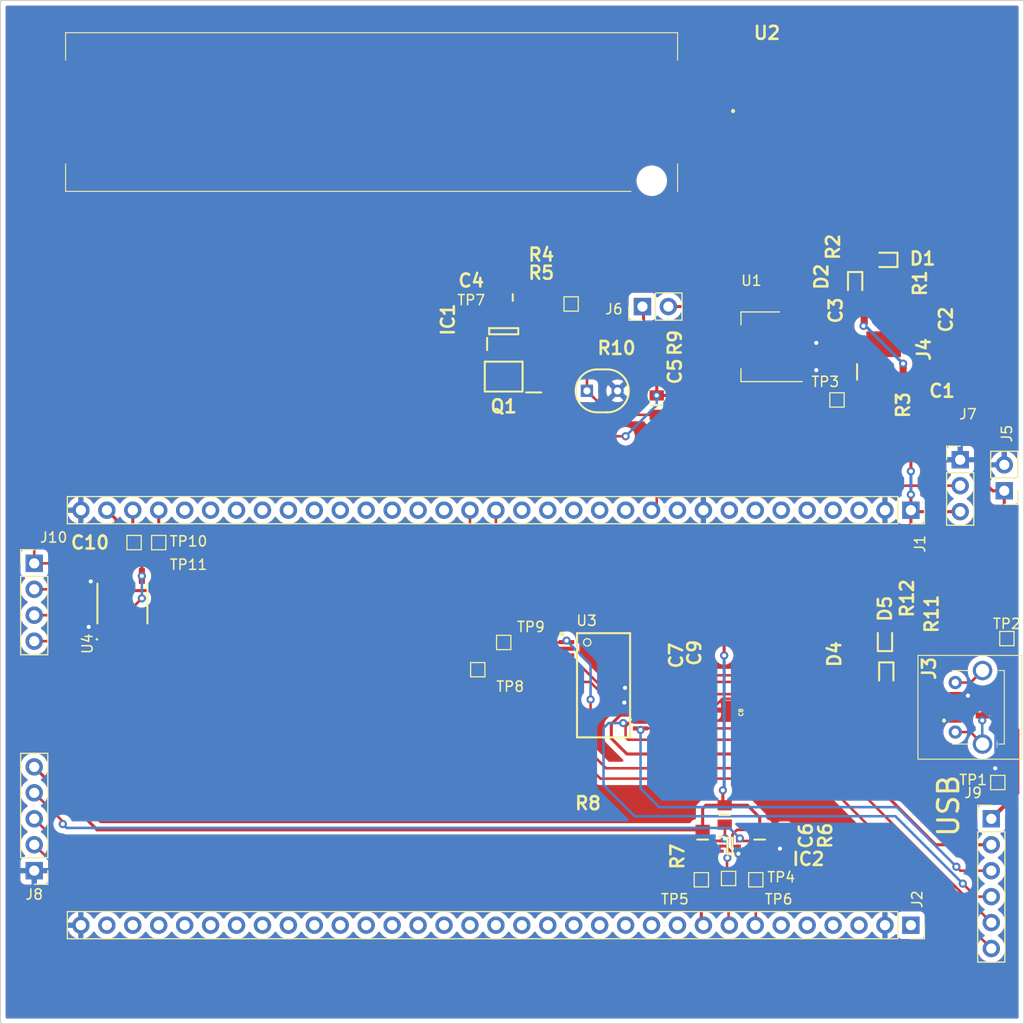
<source format=kicad_pcb>
(kicad_pcb (version 20211014) (generator pcbnew)
  (layers (0 "F.Cu" signal) (31 "B.Cu" signal) (34 "B.Paste" user) (35 "F.Paste" user) (36 "B.SilkS" user "B.Silkscreen") (37 "F.SilkS" user "F.Silkscreen") (38 "B.Mask" user) (39 "F.Mask" user) (44 "Edge.Cuts" user))
  (net 0 "")
  (net 1 "GND")
  (net 2 "/VBAT")
  (net 3 "/PC13")
  (net 4 "/PC14")
  (net 5 "/PC15")
  (net 6 "/PF0")
  (net 7 "/PF1")
  (net 8 "/NRST")
  (net 9 "TXD")
  (net 10 "/PC1")
  (net 11 "/PC2")
  (net 12 "/PC3")
  (net 13 "/PA0")
  (net 14 "/PA1")
  (net 15 "RXD")
  (net 16 "/PF4")
  (net 17 "/PF5")
  (net 18 "/PA4")
  (net 19 "/PA5")
  (net 20 "/PA6")
  (net 21 "/PA7")
  (net 22 "/PC4")
  (net 23 "/PC5")
  (net 24 "/PB0")
  (net 25 "/PB1")
  (net 26 "/PB2")
  (net 27 "+5V")
  (net 28 "/PB9")
  (net 29 "/PB8")
  (net 30 "VDD")
  (net 31 "/BOOT")
  (net 32 "/PB4")
  (net 33 "/PB3")
  (net 34 "/PD2")
  (net 35 "/PC12")
  (net 36 "/PC11")
  (net 37 "/PC10")
  (net 38 "/PA15")
  (net 39 "/PA14")
  (net 40 "/PF7")
  (net 41 "/PF6")
  (net 42 "/PA13")
  (net 43 "/PA12")
  (net 44 "/PA11")
  (net 45 "/PA10")
  (net 46 "/PA9")
  (net 47 "/PA8")
  (net 48 "/PC9")
  (net 49 "/PC8")
  (net 50 "/PC7")
  (net 51 "/PC6")
  (net 52 "/PB15")
  (net 53 "/PB14")
  (net 54 "/PB13")
  (net 55 "Net-(C2-Pad2)")
  (net 56 "Net-(C4-Pad2)")
  (net 57 "VCC")
  (net 58 "Net-(D1-Pad1)")
  (net 59 "Net-(D2-Pad1)")
  (net 60 "V_out")
  (net 61 "Net-(D4-Pad1)")
  (net 62 "Net-(D4-Pad2)")
  (net 63 "Net-(D5-Pad1)")
  (net 64 "Net-(D5-Pad2)")
  (net 65 "/Power/OD")
  (net 66 "Net-(IC1-Pad2)")
  (net 67 "/Power/OC")
  (net 69 "Net-(IC1-Pad5)")
  (net 70 "SCL1")
  (net 71 "Alert")
  (net 72 "SDA1")
  (net 73 "USB-")
  (net 74 "USB+")
  (net 76 "Net-(J3-PadMH1)")
  (net 77 "Net-(J4-Pad2)")
  (net 78 "Net-(J4-Pad6)")
  (net 79 "Net-(J4-Pad7)")
  (net 81 "/Power/VI")
  (net 82 "ADC1")
  (net 83 "SDA2")
  (net 84 "SCL2")
  (net 85 "Write1")
  (net 100 "3V3")
  (footprint "1K_R:RESC1005X40N" (layer "F.Cu") (at 135.763 83.82 -90)
    (fp_text reference "R4")
    (fp_text value "1K" hide)
  )
  (footprint "LED_:LEDC1005X55N" (layer "F.Cu") (at 170.434 118.364 -90)
    (fp_text reference "D4")
    (fp_text value "GREEN" hide)
  )
  (footprint "TP4056:SOIC127P600X175-9N" (layer "F.Cu") (at 170.18 85.979 90)
    (fp_text reference "J4")
    (fp_text value "TP4056" hide)
  )
  (footprint "TestPoint:TestPoint_Pad_1.0x1.0mm" (layer "F.Cu") (at 132.969 115.189)
    (fp_text reference "TP9")
    (fp_text value "TXD")
  )
  (footprint "CAP_10NF:CAPC1005X55N" (layer "F.Cu") (at 91.948 108.839 -90)
    (fp_text reference "C10")
    (fp_text value "10nF" hide)
  )
  (footprint "Connector_PinHeader_2.54mm:PinHeader_1x02_P2.54mm_Vertical" (layer "F.Cu") (at 181.991 100.335 180)
    (fp_text reference "J5")
    (fp_text value "Conn_01x02_Male")
  )
  (footprint "LED_:LEDC1005X55N" (layer "F.Cu") (at 170.307 114.808 90)
    (fp_text reference "D5")
    (fp_text value "RED" hide)
  )
  (footprint "TestPoint:TestPoint_Pad_1.0x1.0mm" (layer "F.Cu") (at 96.774 105.41)
    (fp_text reference "TP11")
    (fp_text value "SDA2")
  )
  (footprint "R5K:RESC2012X60N" (layer "F.Cu") (at 158.039 134.493 -90)
    (fp_text reference "R6")
    (fp_text value "5K" hide)
  )
  (footprint "10uFcapa:CAPC1608X100N" (layer "F.Cu") (at 174.371 92.583 180)
    (fp_text reference "C1")
    (fp_text value "10uF" hide)
  )
  (footprint "TestPoint:TestPoint_Pad_1.0x1.0mm" (layer "F.Cu") (at 152.324 138.43)
    (fp_text reference "TP5")
    (fp_text value "Alert")
  )
  (footprint "1K_R:RESC1005X40N" (layer "F.Cu") (at 169.799 92.329 180)
    (fp_text reference "R3")
    (fp_text value "1K" hide)
  )
  (footprint "1K_R:RESC1005X40N" (layer "F.Cu") (at 171.069 80.01 -90)
    (fp_text reference "R1")
    (fp_text value "1K" hide)
  )
  (footprint "1K_R:RESC1005X40N" (layer "F.Cu") (at 169.418 80.01 -90)
    (fp_text reference "R2")
    (fp_text value "1K" hide)
  )
  (footprint "LED_:LEDC1005X55N" (layer "F.Cu") (at 167.386 80.137 -90)
    (fp_text reference "D2")
    (fp_text value "RED" hide)
  )
  (footprint "LED_:LEDC1005X55N" (layer "F.Cu") (at 170.307 77.724 180)
    (fp_text reference "D1")
    (fp_text value "GREEN" hide)
  )
  (footprint "100_R:RESC1608X55N" (layer "F.Cu") (at 133.858 81.407)
    (fp_text reference "R5")
    (fp_text value "100" hide)
  )
  (footprint "1K_R:RESC1005X40N" (layer "F.Cu") (at 172.339 114.681 90)
    (fp_text reference "R12")
    (fp_text value "1K" hide)
  )
  (footprint "Connector_PinSocket_2.54mm:PinSocket_1x33_P2.54mm_Vertical" (layer "F.Cu") (at 172.847 102.235 -90)
    (fp_text reference "J1")
    (fp_text value "Conn_01x33_Female")
  )
  (footprint "100NF_C:CAPC1005X55N" (layer "F.Cu") (at 148.717 121.539 90)
    (fp_text reference "C7")
    (fp_text value "100nF" hide)
  )
  (footprint "TEMP_SENSOR:SOTFL50P160X60-6N" (layer "F.Cu") (at 155.118 135.128)
    (fp_text reference "IC2")
    (fp_text value "TMP102AIDRLR" hide)
  )
  (footprint "TestPoint:TestPoint_Pad_1.0x1.0mm" (layer "F.Cu") (at 99.187 105.41)
    (fp_text reference "TP10")
    (fp_text value "SCL2")
  )
  (footprint "Connector_PinHeader_2.54mm:PinHeader_1x04_P2.54mm_Vertical" (layer "F.Cu") (at 86.995 107.442)
    (fp_text reference "J10")
    (fp_text value "Conn_01x04_Male")
  )
  (footprint "TestPoint:TestPoint_Pad_1.0x1.0mm" (layer "F.Cu") (at 154.991 138.303)
    (fp_text reference "TP6")
    (fp_text value "SCL1")
  )
  (footprint "Package_TO_SOT_SMD:SOT-223-3_TabPin2" (layer "F.Cu") (at 158.115 86.233 180)
    (fp_text reference "U1")
    (fp_text value "AMS1117-3.3")
  )
  (footprint "10uFcapa:CAPC1608X100N" (layer "F.Cu") (at 152.654 88.392 -90)
    (fp_text reference "C5")
    (fp_text value "10uF" hide)
  )
  (footprint "1K_R:RESC1005X40N" (layer "F.Cu") (at 172.466 118.364 -90)
    (fp_text reference "R11")
    (fp_text value "1K" hide)
  )
  (footprint "R5K:RESC2012X60N" (layer "F.Cu") (at 147.955 91.948 -90)
    (fp_text reference "R9")
    (fp_text value "5K" hide)
  )
  (footprint "Connector_PinHeader_2.54mm:PinHeader_1x03_P2.54mm_Vertical" (layer "F.Cu") (at 177.673 97.297)
    (fp_text reference "J7")
    (fp_text value "Conn_01x03_Male")
  )
  (footprint "TestPoint:TestPoint_Pad_1.0x1.0mm" (layer "F.Cu") (at 139.573 82.042)
    (fp_text reference "TP7")
    (fp_text value "ADC")
  )
  (footprint "DW:SOT95P280X135-6N" (layer "F.Cu") (at 132.969 84.709 90)
    (fp_text reference "IC1")
    (fp_text value "DW01A-G" hide)
  )
  (footprint "CAP_10NF:CAPC1005X55N" (layer "F.Cu") (at 160.452 133.985 90)
    (fp_text reference "C6")
    (fp_text value "10nF" hide)
  )
  (footprint "BT:1024" (layer "F.Cu") (at 120.396 63.246 180)
    (fp_text reference "U2")
    (fp_text value "1024" hide)
  )
  (footprint "MICRO:MICROXNJ" (layer "F.Cu") (at 181.991 121.539 -90)
    (fp_text reference "J3")
    (fp_text value "MICROXNJ" hide)
  )
  (footprint "Connector_PinHeader_2.54mm:PinHeader_1x05_P2.54mm_Vertical" (layer "F.Cu") (at 86.995 137.536 180)
    (fp_text reference "J8")
    (fp_text value "Conn_01x05_Male")
  )
  (footprint "TestPoint:TestPoint_Pad_1.0x1.0mm" (layer "F.Cu") (at 181.356 128.905)
    (fp_text reference "TP1")
    (fp_text value "GND")
  )
  (footprint "10uFcapa:CAPC1608X100N" (layer "F.Cu") (at 133.731 79.629 180)
    (fp_text reference "C4")
    (fp_text value "10uF" hide)
  )
  (footprint "TestPoint:TestPoint_Pad_1.0x1.0mm" (layer "F.Cu") (at 157.658 138.43)
    (fp_text reference "TP4")
    (fp_text value "SDA1")
  )
  (footprint "M24:SOIC127P600X175-8N" (layer "F.Cu") (at 95.631 111.379 90)
    (fp_text reference "U4")
    (fp_text value "M24C16-RMN6TP")
  )
  (footprint "10uFcapa:CAPC1608X100N" (layer "F.Cu") (at 163.576 83.947 -90)
    (fp_text reference "C3")
    (fp_text value "10uF" hide)
  )
  (footprint "Connector_PinHeader_2.54mm:PinHeader_1x06_P2.54mm_Vertical" (layer "F.Cu") (at 180.721 132.461)
    (fp_text reference "J9")
    (fp_text value "Conn_01x06_Male")
  )
  (footprint "Connector_PinSocket_2.54mm:PinSocket_1x33_P2.54mm_Vertical" (layer "F.Cu") (at 172.847 142.875 -90)
    (fp_text reference "J2")
    (fp_text value "Conn_01x33_Female")
  )
  (footprint "TestPoint:TestPoint_Pad_1.0x1.0mm" (layer "F.Cu") (at 182.245 114.808)
    (fp_text reference "TP2")
    (fp_text value "5V")
  )
  (footprint "TestPoint:TestPoint_Pad_1.0x1.0mm" (layer "F.Cu") (at 130.429 117.856)
    (fp_text reference "TP8")
    (fp_text value "RXD")
  )
  (footprint "R5K:RESC2012X60N" (layer "F.Cu") (at 154.61 132.08 -90)
    (fp_text reference "R8")
    (fp_text value "5K" hide)
  )
  (footprint "LDR:C125629" (layer "F.Cu") (at 141.121 90.551)
    (fp_text reference "R10")
    (fp_text value "GL5516" hide)
  )
  (footprint "FS82:SOP65P640X120-8N" (layer "F.Cu") (at 132.969 89.154 180)
    (fp_text reference "Q1")
    (fp_text value "FS8205A" hide)
  )
  (footprint "Connector_PinHeader_2.54mm:PinHeader_1x02_P2.54mm_Vertical" (layer "F.Cu") (at 146.558 82.296 90)
    (fp_text reference "J6")
    (fp_text value "Conn_01x02_Male")
  )
  (footprint "22UF_C:ANTC1608X90N" (layer "F.Cu") (at 153.289 121.031 -90)
    (fp_text reference "C8")
    (fp_text value "22uF")
  )
  (footprint "100NF_C:CAPC1005X55N" (layer "F.Cu") (at 151.257 120.777 -90)
    (fp_text reference "C9")
    (fp_text value "100nF" hide)
  )
  (footprint "TestPoint:TestPoint_Pad_1.0x1.0mm" (layer "F.Cu") (at 165.608 91.44)
    (fp_text reference "TP3")
    (fp_text value "3V3")
  )
  (footprint "R5K:RESC2012X60N" (layer "F.Cu") (at 152.451 134.493 -90)
    (fp_text reference "R7")
    (fp_text value "5K" hide)
  )
  (footprint "FT23:SOP65P780X200-28N" (layer "F.Cu") (at 142.748 119.38)
    (fp_text reference "U3")
    (fp_text value "FT232RL-REEL")
  )
  (footprint "10uFcapa:CAPC1608X100N" (layer "F.Cu") (at 173.99 83.524 90)
    (fp_text reference "C2")
    (fp_text value "10uF" hide)
  )
  (gr_rect (start 173.536 116.459) (end 183.696 126.619) (layer "F.SilkS") (width 0.1) (fill none))
  (gr_rect (start 83.693 52.324) (end 183.896 152.527) (layer "Edge.Cuts") (width 0.1) (fill none))
  (gr_text "USB" (at 176.53 131.191 90) (layer "F.SilkS") (effects (font (size 2 2) (thickness 0.3))))
  (segment (start 178.278 120.239) (end 177.216 120.239) (width 0.25) (layer "F.Cu") (net 1))
  (segment (start 181.356 127.762) (end 181.102 127.508) (width 0.25) (layer "F.Cu") (net 1))
  (segment (start 163.562 88.533) (end 163.576 88.519) (width 0.3) (layer "F.Cu") (net 1))
  (segment (start 153.289 121.811) (end 154.39948 120.70052) (width 0.25) (layer "F.Cu") (net 1))
  (segment (start 92.532945 109.211736) (end 92.035264 109.211736) (width 0.25) (layer "F.Cu") (net 1))
  (segment (start 144.78 120.904) (end 144.78 121.0795) (width 0.25) (layer "F.Cu") (net 1))
  (segment (start 141.437282 119.055) (end 143.286282 120.904) (width 0.25) (layer "F.Cu") (net 1))
  (segment (start 175.59048 120.70052) (end 176.052 120.239) (width 0.25) (layer "F.Cu") (net 1))
  (segment (start 136.864 83.27) (end 137.541 83.947) (width 0.3) (layer "F.Cu") (net 1))
  (segment (start 137.541 83.947) (end 137.541 88.392) (width 0.3) (layer "F.Cu") (net 1))
  (segment (start 154.39948 120.70052) (end 175.59048 120.70052) (width 0.25) (layer "F.Cu") (net 1))
  (segment (start 176.052 120.239) (end 177.216 120.239) (width 0.25) (layer "F.Cu") (net 1))
  (segment (start 92.743 114.079) (end 92.329 113.665) (width 0.25) (layer "F.Cu") (net 1))
  (segment (start 92.035264 109.211736) (end 91.948 109.299) (width 0.25) (layer "F.Cu") (net 1))
  (segment (start 181.356 128.905) (end 181.356 127.762) (width 0.25) (layer "F.Cu") (net 1))
  (segment (start 144.642 117.105) (end 144.399 117.348) (width 0.25) (layer "F.Cu") (net 1))
  (segment (start 147.751978 121.655) (end 148.327978 121.079) (width 0.3) (layer "F.Cu") (net 1))
  (segment (start 152.527 102.235) (end 152.527 111.301) (width 0.25) (layer "F.Cu") (net 1))
  (segment (start 143.286282 120.904) (end 144.78 120.904) (width 0.25) (layer "F.Cu") (net 1))
  (segment (start 146.373 116.455) (end 146.373 117.105) (width 0.25) (layer "F.Cu") (net 1))
  (segment (start 152.527 111.301) (end 147.373 116.455) (width 0.25) (layer "F.Cu") (net 1))
  (segment (start 151.099 121.079) (end 151.257 121.237) (width 0.3) (layer "F.Cu") (net 1))
  (segment (start 160.452 134.95) (end 160.02 135.382) (width 0.25) (layer "F.Cu") (net 1))
  (segment (start 93.726 114.079) (end 92.743 114.079) (width 0.25) (layer "F.Cu") (net 1))
  (segment (start 155.956 135.628) (end 155.186 135.628) (width 0.25) (layer "F.Cu") (net 1))
  (segment (start 139.123 119.055) (end 141.437282 119.055) (width 0.25) (layer "F.Cu") (net 1))
  (segment (start 178.435 120.396) (end 178.278 120.239) (width 0.25) (layer "F.Cu") (net 1))
  (segment (start 147.373 116.455) (end 146.373 116.455) (width 0.25) (layer "F.Cu") (net 1))
  (segment (start 144.399 119.38) (end 144.724 119.705) (width 0.25) (layer "F.Cu") (net 1))
  (segment (start 137.104 88.829) (end 135.907 88.829) (width 0.3) (layer "F.Cu") (net 1))
  (segment (start 154.686 135.128) (end 154.28 135.128) (width 0.25) (layer "F.Cu") (net 1))
  (segment (start 155.186 135.628) (end 154.686 135.128) (width 0.25) (layer "F.Cu") (net 1))
  (segment (start 148.717 121.079) (end 151.099 121.079) (width 0.3) (layer "F.Cu") (net 1))
  (segment (start 135.763 83.27) (end 136.864 83.27) (width 0.3) (layer "F.Cu") (net 1))
  (segment (start 161.265 88.533) (end 163.562 88.533) (width 0.3) (layer "F.Cu") (net 1))
  (segment (start 144.399 117.348) (end 144.399 119.38) (width 0.25) (layer "F.Cu") (net 1))
  (segment (start 148.327978 121.079) (end 148.717 121.079) (width 0.3) (layer "F.Cu") (net 1))
  (segment (start 146.373 117.105) (end 144.642 117.105) (width 0.25) (layer "F.Cu") (net 1))
  (segment (start 163.576 85.852) (end 163.576 84.667) (width 0.3) (layer "F.Cu") (net 1))
  (segment (start 160.452 134.445) (end 160.452 134.95) (width 0.25) (layer "F.Cu") (net 1))
  (segment (start 144.724 119.705) (end 146.373 119.705) (width 0.25) (layer "F.Cu") (net 1))
  (segment (start 146.373 121.655) (end 147.751978 121.655) (width 0.3) (layer "F.Cu") (net 1))
  (segment (start 137.541 88.392) (end 137.104 88.829) (width 0.3) (layer "F.Cu") (net 1))
  (via (at 92.532945 109.211736) (size 0.8) (drill 0.4) (layers "F.Cu" "B.Cu") (net 1))
  (via (at 155.956 135.877502) (size 0.8) (drill 0.4) (layers "F.Cu" "B.Cu") (net 1))
  (via (at 178.435 120.396) (size 0.8) (drill 0.4) (layers "F.Cu" "B.Cu") (net 1))
  (via (at 181.102 127.508) (size 0.8) (drill 0.4) (layers "F.Cu" "B.Cu") (net 1))
  (via (at 144.78 121.0795) (size 0.8) (drill 0.4) (layers "F.Cu" "B.Cu") (net 1))
  (via (at 160.02 135.382) (size 0.8) (drill 0.4) (layers "F.Cu" "B.Cu") (net 1))
  (via (at 163.576 88.519) (size 0.8) (drill 0.4) (layers "F.Cu" "B.Cu") (net 1))
  (via (at 92.329 113.665) (size 0.8) (drill 0.4) (layers "F.Cu" "B.Cu") (net 1))
  (via (at 144.851 119.6305) (size 0.8) (drill 0.4) (layers "F.Cu" "B.Cu") (net 1))
  (via (at 163.576 85.852) (size 0.8) (drill 0.4) (layers "F.Cu" "B.Cu") (net 1))
  (segment (start 92.329 113.665) (end 92.329 109.415681) (width 0.25) (layer "B.Cu") (net 1))
  (segment (start 144.78 119.7015) (end 144.851 119.6305) (width 0.25) (layer "B.Cu") (net 1))
  (segment (start 92.329 109.415681) (end 92.532945 109.211736) (width 0.25) (layer "B.Cu") (net 1))
  (segment (start 159.524498 135.877502) (end 155.956 135.877502) (width 0.25) (layer "B.Cu") (net 1))
  (segment (start 178.239204 120.20409) (end 178.24309 120.20409) (width 0.25) (layer "B.Cu") (net 1))
  (segment (start 144.78 121.0795) (end 144.78 119.7015) (width 0.25) (layer "B.Cu") (net 1))
  (segment (start 181.135511 123.100397) (end 178.239204 120.20409) (width 0.25) (layer "B.Cu") (net 1))
  (segment (start 178.24309 120.20409) (end 178.435 120.396) (width 0.25) (layer "B.Cu") (net 1))
  (segment (start 181.102 127.508) (end 181.135511 127.474489) (width 0.25) (layer "B.Cu") (net 1))
  (segment (start 181.135511 127.474489) (end 181.135511 123.100397) (width 0.25) (layer "B.Cu") (net 1))
  (segment (start 163.576 88.519) (end 163.576 85.852) (width 0.3) (layer "B.Cu") (net 1))
  (segment (start 160.02 135.382) (end 159.524498 135.877502) (width 0.25) (layer "B.Cu") (net 1))
  (segment (start 180.721 142.621) (end 165.608 127.508) (width 0.25) (layer "F.Cu") (net 9))
  (segment (start 139.089 115.189) (end 132.969 115.189) (width 0.25) (layer "F.Cu") (net 9))
  (segment (start 139.123 115.155) (end 139.089 115.189) (width 0.25) (layer "F.Cu") (net 9))
  (segment (start 141.478 125.984) (end 141.478 120.777) (width 0.25) (layer "F.Cu") (net 9))
  (segment (start 132.207 114.427) (end 132.969 115.189) (width 0.25) (layer "F.Cu") (net 9))
  (segment (start 165.608 127.508) (end 143.002 127.508) (width 0.25) (layer "F.Cu") (net 9))
  (segment (start 132.207 102.235) (end 132.207 114.427) (width 0.25) (layer "F.Cu") (net 9))
  (segment (start 143.002 127.508) (end 141.478 125.984) (width 0.25) (layer "F.Cu") (net 9))
  (via (at 141.478 120.777) (size 0.8) (drill 0.4) (layers "F.Cu" "B.Cu") (net 9))
  (via (at 139.123 115.005498) (size 0.8) (drill 0.4) (layers "F.Cu" "B.Cu") (net 9))
  (segment (start 141.478 117.360498) (end 139.123 115.005498) (width 0.25) (layer "B.Cu") (net 9))
  (segment (start 141.478 120.777) (end 141.478 117.360498) (width 0.25) (layer "B.Cu") (net 9))
  (segment (start 139.123 117.755) (end 139.022 117.856) (width 0.25) (layer "F.Cu") (net 15))
  (segment (start 136.144 117.856) (end 136.144 122.225022) (width 0.25) (layer "F.Cu") (net 15))
  (segment (start 129.667 102.235) (end 129.667 117.094) (width 0.25) (layer "F.Cu") (net 15))
  (segment (start 136.144 122.225022) (end 142.442978 128.524) (width 0.25) (layer "F.Cu") (net 15))
  (segment (start 129.667 117.094) (end 130.429 117.856) (width 0.25) (layer "F.Cu") (net 15))
  (segment (start 142.442978 128.524) (end 164.084 128.524) (width 0.25) (layer "F.Cu") (net 15))
  (segment (start 136.144 117.856) (end 130.429 117.856) (width 0.25) (layer "F.Cu") (net 15))
  (segment (start 164.084 128.524) (end 180.721 145.161) (width 0.25) (layer "F.Cu") (net 15))
  (segment (start 139.022 117.856) (end 136.144 117.856) (width 0.25) (layer "F.Cu") (net 15))
  (segment (start 151.139 63.246) (end 146.177 63.246) (width 0.25) (layer "F.Cu") (net 55))
  (segment (start 159.004 63.246) (end 151.139 63.246) (width 0.3) (layer "F.Cu") (net 55))
  (segment (start 146.177 63.246) (end 134.451 74.972) (width 0.25) (layer "F.Cu") (net 55))
  (segment (start 134.451 74.972) (end 134.451 79.629) (width 0.25) (layer "F.Cu") (net 55))
  (segment (start 172.085 83.267) (end 173.527 83.267) (width 0.25) (layer "F.Cu") (net 55))
  (segment (start 134.451 79.629) (end 134.451 81.2) (width 0.25) (layer "F.Cu") (net 55))
  (segment (start 173.527 83.267) (end 173.99 82.804) (width 0.25) (layer "F.Cu") (net 55))
  (segment (start 172.085 83.267) (end 172.085 76.327) (width 0.3) (layer "F.Cu") (net 55))
  (segment (start 134.451 81.2) (end 134.658 81.407) (width 0.25) (layer "F.Cu") (net 55))
  (segment (start 172.085 76.327) (end 159.004 63.246) (width 0.3) (layer "F.Cu") (net 55))
  (segment (start 130.917 83.459) (end 128.524 85.852) (width 0.25) (layer "F.Cu") (net 56))
  (segment (start 132.019 79.944) (end 132.334 79.629) (width 0.25) (layer "F.Cu") (net 56))
  (segment (start 132.334 79.629) (end 133.011 79.629) (width 0.25) (layer "F.Cu") (net 56))
  (segment (start 133.011 74.972) (end 133.011 79.629) (width 0.3) (layer "F.Cu") (net 56))
  (segment (start 88.929 63.246) (end 121.285 63.246) (width 0.3) (layer "F.Cu") (net 56))
  (segment (start 128.524 88.392) (end 128.961 88.829) (width 0.25) (layer "F.Cu") (net 56))
  (segment (start 132.019 83.459) (end 130.917 83.459) (width 0.25) (layer "F.Cu") (net 56))
  (segment (start 121.285 63.246) (end 133.011 74.972) (width 0.3) (layer "F.Cu") (net 56))
  (segment (start 130.031 89.479) (end 130.031 88.829) (width 0.25) (layer "F.Cu") (net 56))
  (segment (start 132.019 83.459) (end 132.019 79.944) (width 0.25) (layer "F.Cu") (net 56))
  (segment (start 128.961 88.829) (end 130.031 88.829) (width 0.25) (layer "F.Cu") (net 56))
  (segment (start 128.524 85.852) (end 128.524 88.392) (width 0.25) (layer "F.Cu") (net 56))
  (segment (start 173.090511 118.099511) (end 172.72 117.729) (width 0.25) (layer "F.Cu") (net 57))
  (segment (start 180.721 132.461) (end 183.261 129.921) (width 0.4) (layer "F.Cu") (net 57))
  (segment (start 175.611 122.839) (end 174.752 123.698) (width 0.4) (layer "F.Cu") (net 57))
  (segment (start 169.757 77.724) (end 166.751 77.724) (width 0.3) (layer "F.Cu") (net 57))
  (segment (start 173.090511 119.613511) (end 173.090511 118.099511) (width 0.25) (layer "F.Cu") (net 57))
  (segment (start 181.991 114.046) (end 182.245 114.3) (width 0.3) (layer "F.Cu") (net 57))
  (segment (start 182.245 122.555) (end 182.245 115.316) (width 0.4) (layer "F.Cu") (net 57))
  (segment (start 182.245 122.682) (end 182.245 122.555) (width 0.3) (layer "F.Cu") (net 57))
  (segment (start 153.289 120.251) (end 172.453022 120.251) (width 0.25) (layer "F.Cu") (net 57))
  (segment (start 168.203631 83.338369) (end 168.275 83.267) (width 0.3) (layer "F.Cu") (net 57))
  (segment (start 179.832 95.123) (end 179.832 99.314) (width 0.3) (layer "F.Cu") (net 57))
  (segment (start 165.608 78.867) (end 165.608 80.137) (width 0.3) (layer "F.Cu") (net 57))
  (segment (start 172.339 115.231) (end 181.568 115.231) (width 0.3) (layer "F.Cu") (net 57))
  (segment (start 172.085 88.691) (end 172.085 89.535) (width 0.3) (layer "F.Cu") (net 57))
  (segment (start 166.158 80.687) (end 167.386 80.687) (width 0.3) (layer "F.Cu") (net 57))
  (segment (start 146.373 120.355) (end 143.373 120.355) (width 0.25) (layer "F.Cu") (net 57))
  (segment (start 172.085 89.535) (end 173.651 91.101) (width 0.3) (layer "F.Cu") (net 57))
  (segment (start 182.205511 122.721489) (end 182.245 122.682) (width 0.3) (layer "F.Cu") (net 57))
  (segment (start 179.832 99.314) (end 180.853 100.335) (width 0.3) (layer "F.Cu") (net 57))
  (segment (start 183.261 123.776978) (end 182.205511 122.721489) (width 0.4) (layer "F.Cu") (net 57))
  (segment (start 140.123 117.105) (end 139.123 117.105) (width 0.25) (layer "F.Cu") (net 57))
  (segment (start 172.453022 120.251) (end 173.090511 119.613511) (width 0.25) (layer "F.Cu") (net 57))
  (segment (start 182.245 114.3) (end 182.245 114.808) (width 0.3) (layer "F.Cu") (net 57))
  (segment (start 165.608 80.137) (end 166.158 80.687) (width 0.3) (layer "F.Cu") (net 57))
  (segment (start 172.339 115.231) (end 172.339 117.687) (width 0.3) (layer "F.Cu") (net 57))
  (segment (start 183.261 129.921) (end 183.261 124.206) (width 0.4) (layer "F.Cu") (net 57))
  (segment (start 177.216 122.839) (end 175.611 122.839) (width 0.4) (layer "F.Cu") (net 57))
  (segment (start 167.386 80.687) (end 167.386 82.378) (width 0.3) (layer "F.Cu") (net 57))
  (segment (start 174.498 94.361) (end 179.07 94.361) (width 0.3) (layer "F.Cu") (net 57))
  (segment (start 181.991 100.335) (end 181.991 114.046) (width 0.3) (layer "F.Cu") (net 57))
  (segment (start 179.07 94.361) (end 179.832 95.123) (width 0.3) (layer "F.Cu") (net 57))
  (segment (start 176.149 127) (end 180.467 127) (width 0.4) (layer "F.Cu") (net 57))
  (segment (start 181.991 114.808) (end 182.245 114.808) (width 0.3) (layer "F.Cu") (net 57))
  (segment (start 173.651 92.583) (end 173.651 93.514) (width 0.3) (layer "F.Cu") (net 57))
  (segment (start 167.386 82.378) (end 168.275 83.267) (width 0.3) (layer "F.Cu") (net 57))
  (segment (start 181.568 115.231) (end 181.991 114.808) (width 0.3) (layer "F.Cu") (net 57))
  (segment (start 174.752 125.603) (end 176.149 127) (width 0.4) (layer "F.Cu") (net 57))
  (segment (start 174.752 123.698) (end 174.752 125.603) (width 0.4) (layer "F.Cu") (net 57))
  (segment (start 146.373 120.355) (end 153.185 120.355) (width 0.25) (layer "F.Cu") (net 57))
  (segment (start 172.551 117.729) (end 172.466 117.814) (width 0.25) (layer "F.Cu") (net 57))
  (segment (start 143.373 120.355) (end 140.123 117.105) (width 0.25) (layer "F.Cu") (net 57))
  (segment (start 180.467 127) (end 183.261 124.206) (width 0.4) (layer "F.Cu") (net 57))
  (segment (start 183.261 124.206) (end 183.261 123.776978) (width 0.4) (layer "F.Cu") (net 57))
  (segment (start 172.339 117.687) (end 172.466 117.814) (width 0.3) (layer "F.Cu") (net 57))
  (segment (start 168.203631 84.189984) (end 168.203631 83.338369) (width 0.3) (layer "F.Cu") (net 57))
  (segment (start 173.651 93.514) (end 174.498 94.361) (width 0.3) (layer "F.Cu") (net 57))
  (segment (start 173.651 91.101) (end 173.651 92.583) (width 0.3) (layer "F.Cu") (net 57))
  (segment (start 166.751 77.724) (end 165.608 78.867) (width 0.3) (layer "F.Cu") (net 57))
  (segment (start 172.085 88.691) (end 172.085 87.884) (width 0.3) (layer "F.Cu") (net 57))
  (segment (start 180.853 100.335) (end 181.991 100.335) (width 0.3) (layer "F.Cu") (net 57))
  (segment (start 153.185 120.355) (end 153.289 120.251) (width 0.25) (layer "F.Cu") (net 57))
  (segment (start 172.72 117.729) (end 172.551 117.729) (width 0.25) (layer "F.Cu") (net 57))
  (via (at 172.085 87.884) (size 0.8) (drill 0.4) (layers "F.Cu" "B.Cu") (net 57))
  (via (at 168.203631 84.189984) (size 0.8) (drill 0.4) (layers "F.Cu" "B.Cu") (net 57))
  (segment (start 168.390984 84.189984) (end 168.203631 84.189984) (width 0.3) (layer "B.Cu") (net 57))
  (segment (start 172.085 87.884) (end 168.390984 84.189984) (width 0.3) (layer "B.Cu") (net 57))
  (segment (start 171.069 79.46) (end 171.069 77.936) (width 0.25) (layer "F.Cu") (net 58))
  (segment (start 171.069 77.936) (end 170.857 77.724) (width 0.25) (layer "F.Cu") (net 58))
  (segment (start 167.386 79.587) (end 169.291 79.587) (width 0.25) (layer "F.Cu") (net 59))
  (segment (start 169.291 79.587) (end 169.418 79.46) (width 0.25) (layer "F.Cu") (net 59))
  (segment (start 154.61 131.13) (end 156.835 131.13) (width 0.3) (layer "F.Cu") (net 60))
  (segment (start 154.432 130.952) (end 154.61 131.13) (width 0.3) (layer "F.Cu") (net 60))
  (segment (start 165.608 92.456) (end 167.005 93.853) (width 0.3) (layer "F.Cu") (net 60))
  (segment (start 161.265 86.233) (end 161.773 86.741) (width 0.25) (layer "F.Cu") (net 60))
  (segment (start 91.011 107.442) (end 91.948 108.379) (width 0.25) (layer "F.Cu") (net 60))
  (segment (start 155.956 135.128) (end 155.419478 135.128) (width 0.25) (layer "F.Cu") (net 60))
  (segment (start 147.955 90.998) (end 165.166 90.998) (width 0.3) (layer "F.Cu") (net 60))
  (segment (start 152.654 87.672) (end 153.526 87.672) (width 0.25) (layer "F.Cu") (net 60))
  (segment (start 167.005 93.853) (end 167.132 93.98) (width 0.3) (layer "F.Cu") (net 60))
  (segment (start 171.196 105.283) (end 161.29 105.283) (width 0.3) (layer "F.Cu") (net 60))
  (segment (start 161.265 86.233) (end 154.965 86.233) (width 0.25) (layer "F.Cu") (net 60))
  (segment (start 86.995 107.442) (end 91.011 107.442) (width 0.25) (layer "F.Cu") (net 60))
  (segment (start 155.372 135.080522) (end 155.372 133.985) (width 0.25) (layer "F.Cu") (net 60))
  (segment (start 166.113 86.741) (end 166.113 90.935) (width 0.3) (layer "F.Cu") (net 60))
  (segment (start 91.44 96.647) (end 93.091 94.996) (width 0.25) (layer "F.Cu") (net 60))
  (segment (start 167.132 93.98) (end 170.307 93.98) (width 0.3) (layer "F.Cu") (net 60))
  (segment (start 152.451 131.445) (end 152.766 131.13) (width 0.3) (layer "F.Cu") (net 60))
  (segment (start 146.662 85.702) (end 146.662 82.296) (width 0.3) (layer "F.Cu") (net 60))
  (segment (start 154.559 112.014) (end 154.559 116.459) (width 0.3) (layer "F.Cu") (net 60))
  (segment (start 152.451 133.543) (end 152.451 131.445) (width 0.3) (layer "F.Cu") (net 60))
  (segment (start 153.526 87.672) (end 154.965 86.233) (width 0.25) (layer "F.Cu") (net 60))
  (segment (start 155.419478 135.128) (end 155.372 135.080522) (width 0.25) (layer "F.Cu") (net 60))
  (segment (start 172.847 96.52) (end 172.847 98.425) (width 0.3) (layer "F.Cu") (net 60))
  (segment (start 177.673 102.377) (end 172.989 102.377) (width 0.3) (layer "F.Cu") (net 60))
  (segment (start 152.766 131.13) (end 154.61 131.13) (width 0.3) (layer "F.Cu") (net 60))
  (segment (start 172.847 102.235) (end 172.847 103.632) (width 0.3) (layer "F.Cu") (net 60))
  (segment (start 172.847 102.235) (end 172.847 100.711) (width 0.3) (layer "F.Cu") (net 60))
  (segment (start 160.434 133.543) (end 160.452 133.525) (width 0.25) (layer "F.Cu") (net 60))
  (segment (start 166.113 90.935) (end 165.608 91.44) (width 0.3) (layer "F.Cu") (net 60))
  (segment (start 86.995 107.442) (end 86.995 101.092) (width 0.25) (layer "F.Cu") (net 60))
  (segment (start 165.608 91.44) (end 165.608 92.456) (width 0.3) (layer "F.Cu") (net 60))
  (segment (start 161.773 86.741) (end 166.113 86.741) (width 0.25) (layer "F.Cu") (net 60))
  (segment (start 158.039 132.334) (end 158.039 133.543) (width 0.3) (layer "F.Cu") (net 60))
  (segment (start 93.162 133.543) (end 86.995 127.376) (width 0.3) (layer "F.Cu") (net 60))
  (segment (start 155.814 133.543) (end 158.039 133.543) (width 0.25) (layer "F.Cu") (net 60))
  (segment (start 154.432 129.667) (end 154.432 130.952) (width 0.3) (layer "F.Cu") (net 60))
  (segment (start 156.835 131.13) (end 158.039 132.334) (width 0.3) (layer "F.Cu") (net 60))
  (segment (start 91.948 108.379) (end 93.426 108.379) (width 0.4) (layer "F.Cu") (net 60))
  (segment (start 93.091 94.996) (end 144.907 94.996) (width 0.25) (layer "F.Cu") (net 60))
  (segment (start 147.955 86.995) (end 146.662 85.702) (width 0.3) (layer "F.Cu") (net 60))
  (segment (start 152.451 133.543) (end 93.162 133.543) (width 0.3) (layer "F.Cu") (net 60))
  (segment (start 155.372 133.985) (end 155.814 133.543) (width 0.25) (layer "F.Cu") (net 60))
  (segment (start 172.847 103.632) (end 171.196 105.283) (width 0.3) (layer "F.Cu") (net 60))
  (segment (start 86.995 101.092) (end 91.44 96.647) (width 0.25) (layer "F.Cu") (net 60))
  (segment (start 170.307 93.98) (end 172.847 96.52) (width 0.3) (layer "F.Cu") (net 60))
  (segment (start 147.955 90.998) (end 147.955 86.995) (width 0.3) (layer "F.Cu") (net 60))
  (segment (start 93.426 108.379) (end 93.726 108.679) (width 0.4) (layer "F.Cu") (net 60))
  (segment (start 161.29 105.283) (end 154.559 112.014) (width 0.3) (layer "F.Cu") (net 60))
  (segment (start 165.166 90.998) (end 165.608 91.44) (width 0.3) (layer "F.Cu") (net 60))
  (segment (start 172.989 102.377) (end 172.847 102.235) (width 0.3) (layer "F.Cu") (net 60))
  (segment (start 158.039 133.543) (end 160.434 133.543) (width 0.25) (layer "F.Cu") (net 60))
  (via (at 154.559 116.459) (size 0.8) (drill 0.4) (layers "F.Cu" "B.Cu") (net 60))
  (via (at 144.907 94.996) (size 0.8) (drill 0.4) (layers "F.Cu" "B.Cu") (net 60))
  (via (at 154.432 129.667) (size 0.8) (drill 0.4) (layers "F.Cu" "B.Cu") (net 60))
  (via (at 147.955 90.998) (size 0.8) (drill 0.4) (layers "F.Cu" "B.Cu") (net 60))
  (via (at 172.847 98.425) (size 0.8) (drill 0.4) (layers "F.Cu" "B.Cu") (net 60))
  (via (at 172.847 100.711) (size 0.8) (drill 0.4) (layers "F.Cu" "B.Cu") (net 60))
  (segment (start 154.559 116.459) (end 154.559 129.54) (width 0.3) (layer "B.Cu") (net 60))
  (segment (start 154.559 129.54) (end 154.432 129.667) (width 0.3) (layer "B.Cu") (net 60))
  (segment (start 172.847 100.711) (end 172.847 98.425) (width 0.3) (layer "B.Cu") (net 60))
  (segment (start 147.955 91.948) (end 147.955 90.998) (width 0.25) (layer "B.Cu") (net 60))
  (segment (start 144.907 94.996) (end 147.955 91.948) (width 0.25) (layer "B.Cu") (net 60))
  (segment (start 166.949 119.055) (end 168.19 117.814) (width 0.25) (layer "F.Cu") (net 61))
  (segment (start 146.373 119.055) (end 166.949 119.055) (width 0.25) (layer "F.Cu") (net 61))
  (segment (start 168.19 117.814) (end 170.434 117.814) (width 0.25) (layer "F.Cu") (net 61))
  (segment (start 170.434 118.914) (end 172.466 118.914) (width 0.25) (layer "F.Cu") (net 62))
  (segment (start 169.458 115.358) (end 170.307 115.358) (width 0.25) (layer "F.Cu") (net 63))
  (segment (start 146.373 118.405) (end 166.411 118.405) (width 0.25) (layer "F.Cu") (net 63))
  (segment (start 166.411 118.405) (end 169.458 115.358) (width 0.25) (layer "F.Cu") (net 63))
  (segment (start 172.212 114.258) (end 172.339 114.131) (width 0.25) (layer "F.Cu") (net 64))
  (segment (start 170.307 114.258) (end 172.212 114.258) (width 0.25) (layer "F.Cu") (net 64))
  (segment (start 130.031 87.139) (end 131.211 85.959) (width 0.25) (layer "F.Cu") (net 65))
  (segment (start 130.031 88.179) (end 130.031 87.139) (width 0.25) (layer "F.Cu") (net 65))
  (segment (start 131.211 85.959) (end 132.019 85.959) (width 0.25) (layer "F.Cu") (net 65))
  (segment (start 135.424 84.709) (end 135.763 84.37) (width 0.25) (layer "F.Cu") (net 66))
  (segment (start 132.969 85.217) (end 133.477 84.709) (width 0.25) (layer "F.Cu") (net 66))
  (segment (start 133.477 84.709) (end 135.424 84.709) (width 0.25) (layer "F.Cu") (net 66))
  (segment (start 132.969 85.959) (end 132.969 85.217) (width 0.25) (layer "F.Cu") (net 66))
  (segment (start 134.6 85.959) (end 135.907 87.266) (width 0.25) (layer "F.Cu") (net 67))
  (segment (start 133.919 85.959) (end 134.6 85.959) (width 0.25) (layer "F.Cu") (net 67))
  (segment (start 135.907 87.266) (end 135.907 88.179) (width 0.25) (layer "F.Cu") (net 67))
  (segment (start 132.969 83.459) (end 132.969 81.496) (width 0.25) (layer "F.Cu") (net 69))
  (segment (start 132.969 81.496) (end 133.058 81.407) (width 0.25) (layer "F.Cu") (net 69))
  (segment (start 154.991 142.799) (end 155.067 142.875) (width 0.25) (layer "F.Cu") (net 70))
  (segment (start 154.391864 134.628) (end 154.6306 134.389264) (width 0.25) (layer "F.Cu") (net 70))
  (segment (start 154.991 138.303) (end 154.991 142.799) (width 0.25) (layer "F.Cu") (net 70))
  (segment (start 154.6306 134.389264) (end 154.6306 133.0506) (width 0.25) (layer "F.Cu") (net 70))
  (segment (start 154.28 134.628) (end 154.270489 134.618489) (width 0.25) (layer "F.Cu") (net 70))
  (segment (start 154.737 137.414) (end 154.737 138.049) (width 0.25) (layer "F.Cu") (net 70))
  (segment (start 154.842011 136.316729) (end 154.875939 136.282801) (width 0.25) (layer "F.Cu") (net 70))
  (segment (start 154.270489 134.618489) (end 89.157489 134.618489) (width 0.25) (layer "F.Cu") (net 70))
  (segment (start 154.6306 133.0506) (end 154.61 133.03) (width 0.25) (layer "F.Cu") (net 70))
  (segment (start 154.737 138.049) (end 154.991 138.303) (width 0.25) (layer "F.Cu") (net 70))
  (segment (start 154.842011 137.308989) (end 154.737 137.414) (width 0.25) (layer "F.Cu") (net 70))
  (segment (start 154.28 134.628) (end 154.816522 134.628) (width 0.25) (layer "F.Cu") (net 70))
  (segment (start 154.28 134.628) (end 154.391864 134.628) (width 0.25) (layer "F.Cu") (net 70))
  (segment (start 154.842011 137.308989) (end 154.842011 136.316729) (width 0.25) (layer "F.Cu") (net 70))
  (segment (start 89.157489 134.618489) (end 86.995 132.456) (width 0.25) (layer "F.Cu") (net 70))
  (via (at 154.6306 134.389264) (size 0.8) (drill 0.4) (layers "F.Cu" "B.Cu") (net 70))
  (via (at 154.875939 136.282801) (size 0.8) (drill 0.4) (layers "F.Cu" "B.Cu") (net 70))
  (segment (start 154.875939 134.634603) (end 154.6306 134.389264) (width 0.25) (layer "B.Cu") (net 70))
  (segment (start 154.875939 136.282801) (end 154.875939 134.634603) (width 0.25) (layer "B.Cu") (net 70))
  (segment (start 90.429 138.43) (end 152.324 138.43) (width 0.25) (layer "F.Cu") (net 71))
  (segment (start 152.324 138.43) (end 152.324 142.672) (width 0.3) (layer "F.Cu") (net 71))
  (segment (start 152.451 138.303) (end 152.324 138.43) (width 0.3) (layer "F.Cu") (net 71))
  (segment (start 152.451 135.443) (end 152.636 135.628) (width 0.3) (layer "F.Cu") (net 71))
  (segment (start 152.636 135.628) (end 154.28 135.628) (width 0.3) (layer "F.Cu") (net 71))
  (segment (start 152.324 142.672) (end 152.527 142.875) (width 0.3) (layer "F.Cu") (net 71))
  (segment (start 86.995 134.996) (end 90.429 138.43) (width 0.25) (layer "F.Cu") (net 71))
  (segment (start 152.451 135.443) (end 152.451 138.303) (width 0.3) (layer "F.Cu") (net 71))
  (segment (start 155.956 134.628) (end 155.956 134.518998) (width 0.25) (layer "F.Cu") (net 72))
  (segment (start 158.039 135.443) (end 158.039 138.049) (width 0.25) (layer "F.Cu") (net 72))
  (segment (start 157.658 142.824) (end 157.607 142.875) (width 0.25) (layer "F.Cu") (net 72))
  (segment (start 89.789 132.71) (end 86.995 129.916) (width 0.25) (layer "F.Cu") (net 72))
  (segment (start 158.039 138.049) (end 157.658 138.43) (width 0.25) (layer "F.Cu") (net 72))
  (segment (start 157.658 138.43) (end 157.658 142.824) (width 0.25) (layer "F.Cu") (net 72))
  (segment (start 157.224 134.628) (end 158.039 135.443) (width 0.25) (layer "F.Cu") (net 72))
  (segment (start 155.956 134.518998) (end 156.0965 134.378498) (width 0.25) (layer "F.Cu") (net 72))
  (segment (start 89.789 132.969) (end 89.789 132.71) (width 0.25) (layer "F.Cu") (net 72))
  (segment (start 155.956 134.628) (end 157.224 134.628) (width 0.25) (layer "F.Cu") (net 72))
  (via (at 89.789 132.969) (size 0.8) (drill 0.4) (layers "F.Cu" "B.Cu") (net 72))
  (via (at 156.0965 134.378498) (size 0.8) (drill 0.4) (layers "F.Cu" "B.Cu") (net 72))
  (segment (start 156.0965 134.378498) (end 155.068002 133.35) (width 0.25) (layer "B.Cu") (net 72))
  (segment (start 155.068002 133.35) (end 90.429 133.35) (width 0.25) (layer "B.Cu") (net 72))
  (segment (start 90.429 133.35) (end 90.17 133.35) (width 0.25) (layer "B.Cu") (net 72))
  (segment (start 90.17 133.35) (end 89.789 132.969) (width 0.25) (layer "B.Cu") (net 72))
  (segment (start 166.243 124.714) (end 168.768 122.189) (width 0.25) (layer "F.Cu") (net 73))
  (segment (start 144.907 123.421) (end 144.907 124.46) (width 0.25) (layer "F.Cu") (net 73))
  (segment (start 179.205598 140.081) (end 177.931299 138.806701) (width 0.25) (layer "F.Cu") (net 73))
  (segment (start 145.161 124.714) (end 166.243 124.714) (width 0.25) (layer "F.Cu") (net 73))
  (segment (start 180.721 140.081) (end 179.205598 140.081) (width 0.25) (layer "F.Cu") (net 73))
  (segment (start 144.674977 123.084977) (end 145.298489 123.084977) (width 0.25) (layer "F.Cu") (net 73))
  (segment (start 146.373 122.955) (end 145.373 122.955) (width 0.25) (layer "F.Cu") (net 73))
  (segment (start 168.768 122.189) (end 177.216 122.189) (width 0.25) (layer "F.Cu") (net 73))
  (segment (start 144.907 124.46) (end 145.161 124.714) (width 0.25) (layer "F.Cu") (net 73))
  (segment (start 145.373 122.955) (end 144.907 123.421) (width 0.25) (layer "F.Cu") (net 73))
  (via (at 144.674977 123.084977) (size 0.8) (drill 0.4) (layers "F.Cu" "B.Cu") (net 73))
  (via (at 177.931299 138.806701) (size 0.8) (drill 0.4) (layers "F.Cu" "B.Cu") (net 73))
  (segment (start 142.748 129.159) (end 142.748 123.571) (width 0.25) (layer "B.Cu") (net 73))
  (segment (start 142.748 123.571) (end 143.234023 123.084977) (width 0.25) (layer "B.Cu") (net 73))
  (segment (start 143.234023 123.084977) (end 144.674977 123.084977) (width 0.25) (layer "B.Cu") (net 73))
  (segment (start 171.331598 132.207) (end 145.796 132.207) (width 0.25) (layer "B.Cu") (net 73))
  (segment (start 145.796 132.207) (end 142.748 129.159) (width 0.25) (layer "B.Cu") (net 73))
  (segment (start 177.931299 138.806701) (end 171.331598 132.207) (width 0.25) (layer "B.Cu") (net 73))
  (segment (start 165.574 123.605) (end 167.64 121.539) (width 0.25) (layer "F.Cu") (net 74))
  (segment (start 167.64 121.539) (end 177.216 121.539) (width 0.25) (layer "F.Cu") (net 74))
  (segment (start 146.373 123.605) (end 165.574 123.605) (width 0.25) (layer "F.Cu") (net 74))
  (segment (start 177.690196 137.541) (end 177.300598 137.151402) (width 0.25) (layer "F.Cu") (net 74))
  (segment (start 180.721 137.541) (end 177.690196 137.541) (width 0.25) (layer "F.Cu") (net 74))
  (via (at 177.300598 137.151402) (size 0.8) (drill 0.4) (layers "F.Cu" "B.Cu") (net 74))
  (via (at 146.373 123.754502) (size 0.8) (drill 0.4) (layers "F.Cu" "B.Cu") (net 74))
  (segment (start 177.300598 137.151402) (end 171.467196 131.318) (width 0.25) (layer "B.Cu") (net 74))
  (segment (start 171.467196 131.318) (end 148.209 131.318) (width 0.25) (layer "B.Cu") (net 74))
  (segment (start 148.209 131.318) (end 146.373 129.482) (width 0.25) (layer "B.Cu") (net 74))
  (segment (start 146.373 129.482) (end 146.373 123.754502) (width 0.25) (layer "B.Cu") (net 74))
  (segment (start 179.866 122.339) (end 179.866 122.7875) (width 0.25) (layer "F.Cu") (net 76))
  (segment (start 178.686 119.114) (end 178.686 119.559) (width 0.25) (layer "F.Cu") (net 76))
  (segment (start 177.191 123.964) (end 178.686 123.964) (width 0.25) (layer "F.Cu") (net 76))
  (segment (start 179.866 120.739) (end 179.866 122.339) (width 0.25) (layer "F.Cu") (net 76))
  (segment (start 179.861 125.139) (end 178.686 123.964) (width 0.25) (layer "F.Cu") (net 76))
  (segment (start 178.686 119.114) (end 179.861 117.939) (width 0.25) (layer "F.Cu") (net 76))
  (segment (start 178.686 119.559) (end 179.866 120.739) (width 0.25) (layer "F.Cu") (net 76))
  (segment (start 177.191 119.114) (end 178.686 119.114) (width 0.25) (layer "F.Cu") (net 76))
  (segment (start 179.866 122.7875) (end 179.832 122.8215) (width 0.25) (layer "F.Cu") (net 76))
  (via (at 179.832 122.8215) (size 0.8) (drill 0.4) (layers "F.Cu" "B.Cu") (net 76))
  (segment (start 179.832 122.8215) (end 179.832 125.11) (width 0.25) (layer "B.Cu") (net 76))
  (segment (start 179.832 125.11) (end 179.861 125.139) (width 0.25) (layer "B.Cu") (net 76))
  (segment (start 170.349 91.101) (end 169.545 90.297) (width 0.25) (layer "F.Cu") (net 77))
  (segment (start 170.349 92.329) (end 170.349 91.101) (width 0.25) (layer "F.Cu") (net 77))
  (segment (start 169.545 90.297) (end 169.545 88.691) (width 0.25) (layer "F.Cu") (net 77))
  (segment (start 170.815 80.814) (end 171.069 80.56) (width 0.25) (layer "F.Cu") (net 78))
  (segment (start 170.815 83.267) (end 170.815 80.814) (width 0.25) (layer "F.Cu") (net 78))
  (segment (start 169.545 83.267) (end 169.545 80.687) (width 0.25) (layer "F.Cu") (net 79))
  (segment (start 169.545 80.687) (end 169.418 80.56) (width 0.25) (layer "F.Cu") (net 79))
  (segment (start 159.628 82.296) (end 161.265 83.933) (width 0.3) (layer "F.Cu") (net 81))
  (segment (start 161.971 83.227) (end 161.265 83.933) (width 0.3) (layer "F.Cu") (net 81))
  (segment (start 149.202 82.296) (end 159.628 82.296) (width 0.3) (layer "F.Cu") (net 81))
  (segment (start 163.576 83.227) (end 161.971 83.227) (width 0.3) (layer "F.Cu") (net 81))
  (segment (start 147.955 99.695) (end 147.955 101.727) (width 0.25) (layer "F.Cu") (net 82))
  (segment (start 147.955 92.898) (end 147.955 99.695) (width 0.25) (layer "F.Cu") (net 82))
  (segment (start 147.955 92.898) (end 143.468 92.898) (width 0.25) (layer "F.Cu") (net 82))
  (segment (start 139.573 82.042) (end 139.573 84.836) (width 0.25) (layer "F.Cu") (net 82))
  (segment (start 147.955 101.727) (end 147.447 102.235) (width 0.25) (layer "F.Cu") (net 82))
  (segment (start 177.673 99.837) (end 148.097 99.837) (width 0.25) (layer "F.Cu") (net 82))
  (segment (start 141.121 86.384) (end 141.121 90.551) (width 0.25) (layer "F.Cu") (net 82))
  (segment (start 148.097 99.837) (end 147.955 99.695) (width 0.25) (layer "F.Cu") (net 82))
  (segment (start 143.468 92.898) (end 141.121 90.551) (width 0.25) (layer "F.Cu") (net 82))
  (segment (start 139.573 84.836) (end 141.121 86.384) (width 0.25) (layer "F.Cu") (net 82))
  (segment (start 96.774 106.426) (end 97.536 107.188) (width 0.4) (layer "F.Cu") (net 83))
  (segment (start 96.52 111.887) (end 97.536 110.871) (width 0.25) (layer "F.Cu") (net 83))
  (segment (start 91.567 111.887) (end 96.52 111.887) (width 0.25) (layer "F.Cu") (net 83))
  (segment (start 97.536 107.188) (end 97.536 108.679) (width 0.3) (layer "F.Cu") (net 83))
  (segment (start 88.392 115.062) (end 91.567 111.887) (width 0.25) (layer "F.Cu") (net 83))
  (segment (start 96.774 105.41) (end 96.774 106.426) (width 0.3) (layer "F.Cu") (net 83))
  (segment (start 86.995 115.062) (end 88.392 115.062) (width 0.25) (layer "F.Cu") (net 83))
  (segment (start 96.647 105.283) (end 96.774 105.41) (width 0.3) (layer "F.Cu") (net 83))
  (segment (start 96.647 102.235) (end 96.647 105.283) (width 0.3) (layer "F.Cu") (net 83))
  (via (at 97.536 108.679) (size 0.8) (drill 0.4) (layers "F.Cu" "B.Cu") (net 83))
  (via (at 97.536 110.871) (size 0.8) (drill 0.4) (layers "F.Cu" "B.Cu") (net 83))
  (segment (start 97.536 110.871) (end 97.536 108.679) (width 0.25) (layer "B.Cu") (net 83))
  (segment (start 98.552 110.109) (end 99.187 109.474) (width 0.3) (layer "F.Cu") (net 84))
  (segment (start 96.266 110.109) (end 98.552 110.109) (width 0.3) (layer "F.Cu") (net 84))
  (segment (start 90.551 110.871) (end 95.504 110.871) (width 0.25) (layer "F.Cu") (net 84))
  (segment (start 95.504 110.871) (end 96.266 110.109) (width 0.25) (layer "F.Cu") (net 84))
  (segment (start 99.187 102.235) (end 99.187 105.41) (width 0.3) (layer "F.Cu") (net 84))
  (segment (start 99.187 109.474) (end 99.187 105.41) (width 0.3) (layer "F.Cu") (net 84))
  (segment (start 88.9 112.522) (end 90.551 110.871) (width 0.25) (layer "F.Cu") (net 84))
  (segment (start 86.995 112.522) (end 88.9 112.522) (width 0.25) (layer "F.Cu") (net 84))
  (segment (start 96.266 110.109) (end 96.266 108.679) (width 0.25) (layer "F.Cu") (net 84))
  (segment (start 94.996 109.133022) (end 94.996 108.679) (width 0.25) (layer "F.Cu") (net 85))
  (segment (start 94.996 103.124) (end 94.107 102.235) (width 0.3) (layer "F.Cu") (net 85))
  (segment (start 94.996 103.124) (end 94.996 108.679) (width 0.3) (layer "F.Cu") (net 85))
  (segment (start 86.995 109.982) (end 94.147022 109.982) (width 0.25) (layer "F.Cu") (net 85))
  (segment (start 94.147022 109.982) (end 94.996 109.133022) (width 0.25) (layer "F.Cu") (net 85))
  (segment (start 143.51 124.587) (end 145.034 126.111) (width 0.3) (layer "F.Cu") (net 100))
  (segment (start 175.26 135.001) (end 180.721 135.001) (width 0.3) (layer "F.Cu") (net 100))
  (segment (start 146.373 122.305) (end 144.395 122.305) (width 0.3) (layer "F.Cu") (net 100))
  (segment (start 145.034 126.111) (end 166.37 126.111) (width 0.3) (layer "F.Cu") (net 100))
  (segment (start 144.395 122.305) (end 143.51 123.19) (width 0.3) (layer "F.Cu") (net 100))
  (segment (start 146.373 122.305) (end 148.411 122.305) (width 0.3) (layer "F.Cu") (net 100))
  (segment (start 166.37 126.111) (end 175.26 135.001) (width 0.3) (layer "F.Cu") (net 100))
  (segment (start 143.51 123.19) (end 143.51 124.587) (width 0.3) (layer "F.Cu") (net 100))
  (segment (start 148.411 122.305) (end 148.717 121.999) (width 0.3) (layer "F.Cu") (net 100))
  (zone (net 1) (net_name "GND") (layer "F.Cu") (connect_pads (clearance 0.508)) (min_thickness 0.254) (fill yes (thermal_gap 0.508) (thermal_bridge_width 0.508))
    (polygon (pts (xy 183.896 152.527) (xy 83.693 152.527) (xy 83.693 52.324) (xy 183.896 52.324)))
  )
  (zone (net 1) (net_name "GND") (layer "B.Cu") (connect_pads (clearance 0.508)) (min_thickness 0.254) (fill yes (thermal_gap 0.508) (thermal_bridge_width 0.508))
    (polygon (pts (xy 183.896 152.527) (xy 83.693 152.527) (xy 83.693 52.324) (xy 183.896 52.324)))
  )
)
</source>
